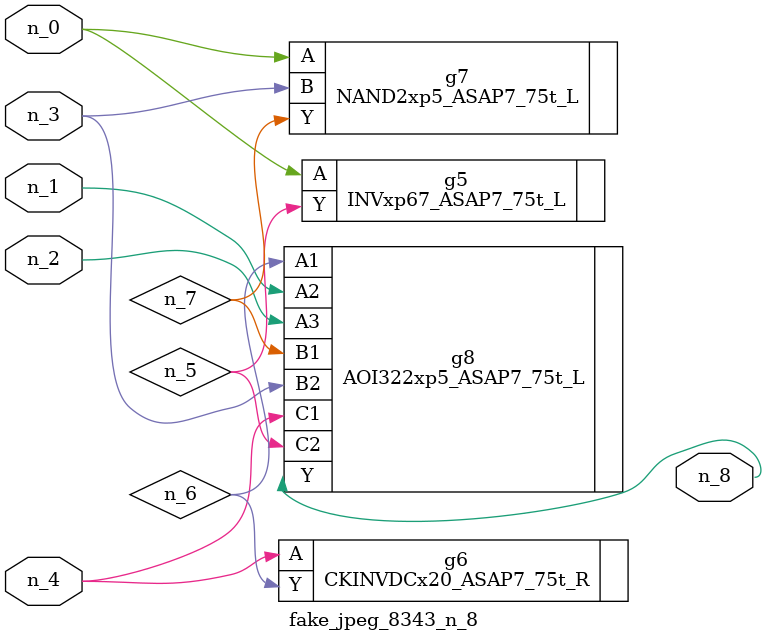
<source format=v>
module fake_jpeg_8343_n_8 (n_3, n_2, n_1, n_0, n_4, n_8);

input n_3;
input n_2;
input n_1;
input n_0;
input n_4;

output n_8;

wire n_6;
wire n_5;
wire n_7;

INVxp67_ASAP7_75t_L g5 ( 
.A(n_0),
.Y(n_5)
);

CKINVDCx20_ASAP7_75t_R g6 ( 
.A(n_4),
.Y(n_6)
);

NAND2xp5_ASAP7_75t_L g7 ( 
.A(n_0),
.B(n_3),
.Y(n_7)
);

AOI322xp5_ASAP7_75t_L g8 ( 
.A1(n_6),
.A2(n_1),
.A3(n_2),
.B1(n_7),
.B2(n_3),
.C1(n_4),
.C2(n_5),
.Y(n_8)
);


endmodule
</source>
